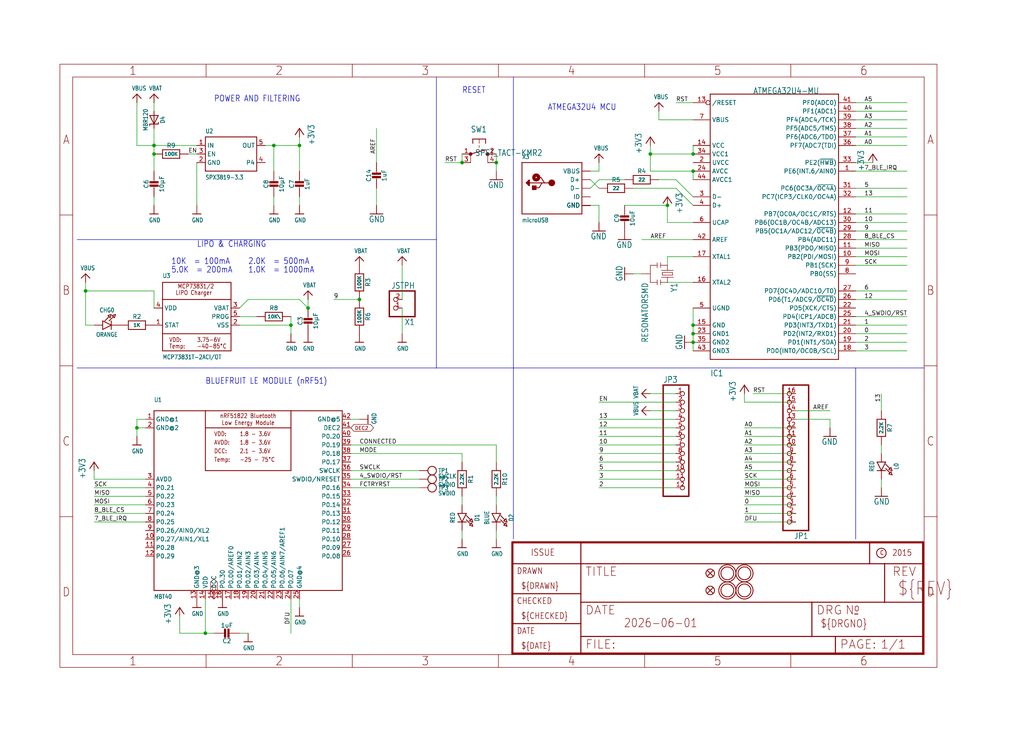
<source format=kicad_sch>
(kicad_sch (version 20230121) (generator eeschema)
  (paper "User" 303.962 217.322)
  (junction (at 88.9 43.18))
  (junction (at 205.74 45.72))
  (junction (at 81.28 43.18))
  (junction (at 91.44 91.44))
  (junction (at 25.4 86.36))
  (junction (at 205.74 96.52))
  (junction (at 205.74 99.06))
  (junction (at 205.74 50.8))
  (junction (at 137.16 48.26))
  (junction (at 205.74 101.6))
  (junction (at 86.36 96.52))
  (junction (at 147.32 48.26))
  (junction (at 60.96 187.96))
  (junction (at 40.64 127))
  (junction (at 198.12 60.96))
  (junction (at 45.72 43.18))
  (junction (at 106.68 88.9))
  (junction (at 193.04 45.72))
  (junction (at 45.72 45.72))
  (polyline (pts (xy 129.54 109.22) (xy 129.54 71.12)) (stroke (width 0.1524) (type solid)))
  (wire (pts (xy 40.64 127) (xy 40.64 129.54)) (stroke (width 0.1524)))
  (wire (pts (xy 254 76.2) (xy 269.24 76.2)) (stroke (width 0.1524)))
  (wire (pts (xy 195.58 35.56) (xy 195.58 33.02)) (stroke (width 0.1524)))
  (wire (pts (xy 220.98 134.62) (xy 236.22 134.62)) (stroke (width 0.1524)))
  (wire (pts (xy 119.38 99.06) (xy 119.38 91.44)) (stroke (width 0.1524)))
  (wire (pts (xy 43.18 127) (xy 40.64 127)) (stroke (width 0.1524)))
  (wire (pts (xy 137.16 134.62) (xy 137.16 137.16)) (stroke (width 0.1524)))
  (wire (pts (xy 177.8 132.08) (xy 200.66 132.08)) (stroke (width 0.1524)))
  (wire (pts (xy 40.64 43.18) (xy 45.72 43.18)) (stroke (width 0.1524)))
  (wire (pts (xy 187.96 81.28) (xy 190.5 81.28)) (stroke (width 0.1524)))
  (wire (pts (xy 193.04 45.72) (xy 205.74 45.72)) (stroke (width 0.1524)))
  (wire (pts (xy 254 88.9) (xy 269.24 88.9)) (stroke (width 0.1524)))
  (wire (pts (xy 254 33.02) (xy 269.24 33.02)) (stroke (width 0.1524)))
  (wire (pts (xy 261.62 121.92) (xy 261.62 116.84)) (stroke (width 0.1524)))
  (wire (pts (xy 137.16 48.26) (xy 137.16 45.72)) (stroke (width 0.1524)))
  (wire (pts (xy 254 55.88) (xy 269.24 55.88)) (stroke (width 0.1524)))
  (wire (pts (xy 175.26 55.88) (xy 177.8 53.34)) (stroke (width 0.1524)))
  (wire (pts (xy 200.66 124.46) (xy 177.8 124.46)) (stroke (width 0.1524)))
  (wire (pts (xy 111.76 48.26) (xy 111.76 38.1)) (stroke (width 0.1524)))
  (wire (pts (xy 43.18 124.46) (xy 40.64 124.46)) (stroke (width 0.1524)))
  (wire (pts (xy 254 78.74) (xy 269.24 78.74)) (stroke (width 0.1524)))
  (wire (pts (xy 43.18 142.24) (xy 27.94 142.24)) (stroke (width 0.1524)))
  (wire (pts (xy 220.98 129.54) (xy 236.22 129.54)) (stroke (width 0.1524)))
  (wire (pts (xy 205.74 101.6) (xy 205.74 104.14)) (stroke (width 0.1524)))
  (wire (pts (xy 198.12 60.96) (xy 185.42 60.96)) (stroke (width 0.1524)))
  (wire (pts (xy 236.22 137.16) (xy 220.98 137.16)) (stroke (width 0.1524)))
  (wire (pts (xy 193.04 50.8) (xy 193.04 45.72)) (stroke (width 0.1524)))
  (wire (pts (xy 193.04 45.72) (xy 193.04 43.18)) (stroke (width 0.1524)))
  (wire (pts (xy 58.42 48.26) (xy 58.42 60.96)) (stroke (width 0.1524)))
  (polyline (pts (xy 129.54 71.12) (xy 129.54 22.86)) (stroke (width 0.1524) (type solid)))
  (wire (pts (xy 137.16 147.32) (xy 137.16 149.86)) (stroke (width 0.1524)))
  (wire (pts (xy 261.62 132.08) (xy 261.62 134.62)) (stroke (width 0.1524)))
  (wire (pts (xy 236.22 121.92) (xy 246.38 121.92)) (stroke (width 0.1524)))
  (wire (pts (xy 88.9 58.42) (xy 88.9 60.96)) (stroke (width 0.1524)))
  (wire (pts (xy 91.44 91.44) (xy 91.44 88.9)) (stroke (width 0.1524)))
  (wire (pts (xy 88.9 88.9) (xy 73.66 88.9)) (stroke (width 0.1524)))
  (wire (pts (xy 236.22 127) (xy 220.98 127)) (stroke (width 0.1524)))
  (wire (pts (xy 205.74 91.44) (xy 205.74 96.52)) (stroke (width 0.1524)))
  (wire (pts (xy 205.74 96.52) (xy 205.74 99.06)) (stroke (width 0.1524)))
  (wire (pts (xy 177.8 137.16) (xy 200.66 137.16)) (stroke (width 0.1524)))
  (wire (pts (xy 254 101.6) (xy 269.24 101.6)) (stroke (width 0.1524)))
  (wire (pts (xy 200.66 121.92) (xy 193.04 121.92)) (stroke (width 0.1524)))
  (wire (pts (xy 119.38 78.74) (xy 119.38 88.9)) (stroke (width 0.1524)))
  (polyline (pts (xy 22.86 109.22) (xy 129.54 109.22)) (stroke (width 0.1524) (type solid)))
  (wire (pts (xy 45.72 86.36) (xy 45.72 91.44)) (stroke (width 0.1524)))
  (wire (pts (xy 254 68.58) (xy 269.24 68.58)) (stroke (width 0.1524)))
  (wire (pts (xy 91.44 91.44) (xy 88.9 88.9)) (stroke (width 0.1524)))
  (wire (pts (xy 205.74 35.56) (xy 195.58 35.56)) (stroke (width 0.1524)))
  (wire (pts (xy 200.66 139.7) (xy 177.8 139.7)) (stroke (width 0.1524)))
  (wire (pts (xy 254 58.42) (xy 269.24 58.42)) (stroke (width 0.1524)))
  (wire (pts (xy 254 50.8) (xy 269.24 50.8)) (stroke (width 0.1524)))
  (wire (pts (xy 254 30.48) (xy 269.24 30.48)) (stroke (width 0.1524)))
  (wire (pts (xy 254 63.5) (xy 269.24 63.5)) (stroke (width 0.1524)))
  (wire (pts (xy 195.58 53.34) (xy 200.66 53.34)) (stroke (width 0.1524)))
  (wire (pts (xy 27.94 154.94) (xy 43.18 154.94)) (stroke (width 0.1524)))
  (wire (pts (xy 86.36 96.52) (xy 86.36 99.06)) (stroke (width 0.1524)))
  (polyline (pts (xy 254 109.22) (xy 152.4 109.22)) (stroke (width 0.1524) (type solid)))
  (wire (pts (xy 198.12 83.82) (xy 205.74 83.82)) (stroke (width 0.1524)))
  (wire (pts (xy 104.14 124.46) (xy 106.68 124.46)) (stroke (width 0.1524)))
  (wire (pts (xy 104.14 139.7) (xy 124.46 139.7)) (stroke (width 0.1524)))
  (wire (pts (xy 236.22 149.86) (xy 220.98 149.86)) (stroke (width 0.1524)))
  (wire (pts (xy 88.9 43.18) (xy 88.9 50.8)) (stroke (width 0.1524)))
  (wire (pts (xy 27.94 144.78) (xy 43.18 144.78)) (stroke (width 0.1524)))
  (polyline (pts (xy 152.4 160.02) (xy 152.4 109.22)) (stroke (width 0.1524) (type solid)))
  (wire (pts (xy 147.32 147.32) (xy 147.32 149.86)) (stroke (width 0.1524)))
  (wire (pts (xy 236.22 132.08) (xy 220.98 132.08)) (stroke (width 0.1524)))
  (wire (pts (xy 73.66 88.9) (xy 71.12 91.44)) (stroke (width 0.1524)))
  (wire (pts (xy 177.8 144.78) (xy 200.66 144.78)) (stroke (width 0.1524)))
  (wire (pts (xy 60.96 187.96) (xy 63.5 187.96)) (stroke (width 0.1524)))
  (wire (pts (xy 60.96 187.96) (xy 53.34 187.96)) (stroke (width 0.1524)))
  (wire (pts (xy 27.94 142.24) (xy 27.94 139.7)) (stroke (width 0.1524)))
  (wire (pts (xy 261.62 142.24) (xy 261.62 144.78)) (stroke (width 0.1524)))
  (wire (pts (xy 205.74 53.34) (xy 205.74 50.8)) (stroke (width 0.1524)))
  (wire (pts (xy 175.26 53.34) (xy 177.8 55.88)) (stroke (width 0.1524)))
  (wire (pts (xy 205.74 99.06) (xy 205.74 101.6)) (stroke (width 0.1524)))
  (wire (pts (xy 177.8 60.96) (xy 177.8 66.04)) (stroke (width 0.1524)))
  (wire (pts (xy 78.74 43.18) (xy 81.28 43.18)) (stroke (width 0.1524)))
  (wire (pts (xy 254 40.64) (xy 269.24 40.64)) (stroke (width 0.1524)))
  (wire (pts (xy 60.96 177.8) (xy 60.96 187.96)) (stroke (width 0.1524)))
  (wire (pts (xy 177.8 119.38) (xy 200.66 119.38)) (stroke (width 0.1524)))
  (wire (pts (xy 104.14 132.08) (xy 147.32 132.08)) (stroke (width 0.1524)))
  (wire (pts (xy 175.26 60.96) (xy 177.8 60.96)) (stroke (width 0.1524)))
  (wire (pts (xy 86.36 93.98) (xy 86.36 96.52)) (stroke (width 0.1524)))
  (polyline (pts (xy 152.4 109.22) (xy 129.54 109.22)) (stroke (width 0.1524) (type solid)))
  (wire (pts (xy 71.12 187.96) (xy 73.66 187.96)) (stroke (width 0.1524)))
  (wire (pts (xy 254 73.66) (xy 269.24 73.66)) (stroke (width 0.1524)))
  (wire (pts (xy 220.98 116.84) (xy 220.98 119.38)) (stroke (width 0.1524)))
  (wire (pts (xy 254 66.04) (xy 269.24 66.04)) (stroke (width 0.1524)))
  (wire (pts (xy 27.94 147.32) (xy 43.18 147.32)) (stroke (width 0.1524)))
  (wire (pts (xy 147.32 45.72) (xy 147.32 48.26)) (stroke (width 0.1524)))
  (wire (pts (xy 220.98 147.32) (xy 236.22 147.32)) (stroke (width 0.1524)))
  (wire (pts (xy 40.64 30.48) (xy 40.64 43.18)) (stroke (width 0.1524)))
  (wire (pts (xy 40.64 124.46) (xy 40.64 127)) (stroke (width 0.1524)))
  (wire (pts (xy 177.8 127) (xy 200.66 127)) (stroke (width 0.1524)))
  (wire (pts (xy 111.76 55.88) (xy 111.76 60.96)) (stroke (width 0.1524)))
  (wire (pts (xy 205.74 30.48) (xy 200.66 30.48)) (stroke (width 0.1524)))
  (wire (pts (xy 27.94 96.52) (xy 25.4 96.52)) (stroke (width 0.1524)))
  (wire (pts (xy 190.5 71.12) (xy 205.74 71.12)) (stroke (width 0.1524)))
  (wire (pts (xy 236.22 124.46) (xy 246.38 124.46)) (stroke (width 0.1524)))
  (wire (pts (xy 45.72 43.18) (xy 45.72 45.72)) (stroke (width 0.1524)))
  (wire (pts (xy 175.26 50.8) (xy 177.8 50.8)) (stroke (width 0.1524)))
  (polyline (pts (xy 274.32 109.22) (xy 254 109.22)) (stroke (width 0.1524) (type solid)))
  (wire (pts (xy 81.28 58.42) (xy 81.28 60.96)) (stroke (width 0.1524)))
  (wire (pts (xy 53.34 187.96) (xy 53.34 182.88)) (stroke (width 0.1524)))
  (wire (pts (xy 106.68 88.9) (xy 99.06 88.9)) (stroke (width 0.1524)))
  (wire (pts (xy 104.14 144.78) (xy 124.46 144.78)) (stroke (width 0.1524)))
  (wire (pts (xy 254 96.52) (xy 269.24 96.52)) (stroke (width 0.1524)))
  (wire (pts (xy 45.72 58.42) (xy 45.72 60.96)) (stroke (width 0.1524)))
  (wire (pts (xy 25.4 86.36) (xy 45.72 86.36)) (stroke (width 0.1524)))
  (wire (pts (xy 86.36 177.8) (xy 86.36 187.96)) (stroke (width 0.1524)))
  (wire (pts (xy 132.08 48.26) (xy 137.16 48.26)) (stroke (width 0.1524)))
  (wire (pts (xy 198.12 66.04) (xy 198.12 60.96)) (stroke (width 0.1524)))
  (wire (pts (xy 236.22 154.94) (xy 220.98 154.94)) (stroke (width 0.1524)))
  (wire (pts (xy 193.04 116.84) (xy 200.66 116.84)) (stroke (width 0.1524)))
  (wire (pts (xy 220.98 139.7) (xy 236.22 139.7)) (stroke (width 0.1524)))
  (wire (pts (xy 177.8 50.8) (xy 177.8 48.26)) (stroke (width 0.1524)))
  (wire (pts (xy 45.72 45.72) (xy 45.72 50.8)) (stroke (width 0.1524)))
  (wire (pts (xy 269.24 99.06) (xy 254 99.06)) (stroke (width 0.1524)))
  (wire (pts (xy 71.12 96.52) (xy 86.36 96.52)) (stroke (width 0.1524)))
  (wire (pts (xy 198.12 76.2) (xy 198.12 78.74)) (stroke (width 0.1524)))
  (polyline (pts (xy 254 160.02) (xy 254 109.22)) (stroke (width 0.1524) (type solid)))
  (wire (pts (xy 254 48.26) (xy 259.08 48.26)) (stroke (width 0.1524)))
  (wire (pts (xy 147.32 132.08) (xy 147.32 137.16)) (stroke (width 0.1524)))
  (wire (pts (xy 27.94 152.4) (xy 43.18 152.4)) (stroke (width 0.1524)))
  (polyline (pts (xy 152.4 109.22) (xy 152.4 22.86)) (stroke (width 0.1524) (type solid)))
  (wire (pts (xy 254 71.12) (xy 269.24 71.12)) (stroke (width 0.1524)))
  (wire (pts (xy 236.22 116.84) (xy 223.52 116.84)) (stroke (width 0.1524)))
  (wire (pts (xy 104.14 142.24) (xy 124.46 142.24)) (stroke (width 0.1524)))
  (wire (pts (xy 254 93.98) (xy 269.24 93.98)) (stroke (width 0.1524)))
  (wire (pts (xy 254 86.36) (xy 269.24 86.36)) (stroke (width 0.1524)))
  (wire (pts (xy 198.12 76.2) (xy 205.74 76.2)) (stroke (width 0.1524)))
  (wire (pts (xy 177.8 53.34) (xy 185.42 53.34)) (stroke (width 0.1524)))
  (wire (pts (xy 200.66 55.88) (xy 205.74 60.96)) (stroke (width 0.1524)))
  (wire (pts (xy 254 104.14) (xy 269.24 104.14)) (stroke (width 0.1524)))
  (wire (pts (xy 88.9 43.18) (xy 88.9 40.64)) (stroke (width 0.1524)))
  (wire (pts (xy 236.22 142.24) (xy 220.98 142.24)) (stroke (width 0.1524)))
  (wire (pts (xy 45.72 30.48) (xy 45.72 33.02)) (stroke (width 0.1524)))
  (wire (pts (xy 220.98 152.4) (xy 236.22 152.4)) (stroke (width 0.1524)))
  (wire (pts (xy 200.66 142.24) (xy 177.8 142.24)) (stroke (width 0.1524)))
  (wire (pts (xy 55.88 45.72) (xy 58.42 45.72)) (stroke (width 0.1524)))
  (wire (pts (xy 200.66 129.54) (xy 177.8 129.54)) (stroke (width 0.1524)))
  (wire (pts (xy 220.98 119.38) (xy 236.22 119.38)) (stroke (width 0.1524)))
  (wire (pts (xy 81.28 43.18) (xy 88.9 43.18)) (stroke (width 0.1524)))
  (wire (pts (xy 104.14 134.62) (xy 137.16 134.62)) (stroke (width 0.1524)))
  (wire (pts (xy 71.12 93.98) (xy 76.2 93.98)) (stroke (width 0.1524)))
  (wire (pts (xy 205.74 66.04) (xy 198.12 66.04)) (stroke (width 0.1524)))
  (wire (pts (xy 200.66 134.62) (xy 177.8 134.62)) (stroke (width 0.1524)))
  (wire (pts (xy 45.72 38.1) (xy 45.72 43.18)) (stroke (width 0.1524)))
  (wire (pts (xy 205.74 50.8) (xy 193.04 50.8)) (stroke (width 0.1524)))
  (wire (pts (xy 200.66 53.34) (xy 205.74 58.42)) (stroke (width 0.1524)))
  (wire (pts (xy 137.16 157.48) (xy 137.16 160.02)) (stroke (width 0.1524)))
  (wire (pts (xy 147.32 157.48) (xy 147.32 160.02)) (stroke (width 0.1524)))
  (wire (pts (xy 27.94 149.86) (xy 43.18 149.86)) (stroke (width 0.1524)))
  (wire (pts (xy 25.4 86.36) (xy 25.4 96.52)) (stroke (width 0.1524)))
  (wire (pts (xy 88.9 177.8) (xy 88.9 180.34)) (stroke (width 0.1524)))
  (wire (pts (xy 254 35.56) (xy 269.24 35.56)) (stroke (width 0.1524)))
  (polyline (pts (xy 22.86 71.12) (xy 129.54 71.12)) (stroke (width 0.1524) (type solid)))
  (wire (pts (xy 205.74 45.72) (xy 205.74 43.18)) (stroke (width 0.1524)))
  (wire (pts (xy 236.22 144.78) (xy 220.98 144.78)) (stroke (width 0.1524)))
  (wire (pts (xy 58.42 43.18) (xy 45.72 43.18)) (stroke (width 0.1524)))
  (wire (pts (xy 81.28 50.8) (xy 81.28 43.18)) (stroke (width 0.1524)))
  (wire (pts (xy 187.96 55.88) (xy 200.66 55.88)) (stroke (width 0.1524)))
  (wire (pts (xy 246.38 124.46) (xy 246.38 127)) (stroke (width 0.1524)))
  (wire (pts (xy 25.4 83.82) (xy 25.4 86.36)) (stroke (width 0.1524)))
  (wire (pts (xy 254 43.18) (xy 269.24 43.18)) (stroke (width 0.1524)))
  (wire (pts (xy 147.32 50.8) (xy 147.32 48.26)) (stroke (width 0.1524)))
  (wire (pts (xy 254 38.1) (xy 269.24 38.1)) (stroke (width 0.1524)))
  (text "1.0K  = 1000mA" (at 73.66 81.28 0) (effects (font (size 1.778 1.5113)) (justify left bottom)))
  (text "POWER AND FILTERING" (at 63.5 30.48 0) (effects (font (size 1.778 1.5113)) (justify left bottom)))
  (text "RESET" (at 137.16 27.94 0) (effects (font (size 1.778 1.5113)) (justify left bottom)))
  (text "5.0K  = 200mA" (at 50.8 81.28 0) (effects (font (size 1.778 1.5113)) (justify left bottom)))
  (text "ATMEGA32U4 MCU" (at 162.56 33.02 0) (effects (font (size 1.778 1.5113)) (justify left bottom)))
  (text "10K  = 100mA" (at 50.8 78.74 0) (effects (font (size 1.778 1.5113)) (justify left bottom)))
  (text "2.0K  = 500mA" (at 73.66 78.74 0) (effects (font (size 1.778 1.5113)) (justify left bottom)))
  (text "LIPO & CHARGING" (at 58.42 73.66 0) (effects (font (size 1.778 1.5113)) (justify left bottom)))
  (text "BLUEFRUIT LE MODULE (nRF51)" (at 60.96 114.3 0) (effects (font (size 1.778 1.5113)) (justify left bottom)))
  (label "2" (at 256.54 101.6 0) (effects (font (size 1.2446 1.2446))))
  (label "MISO" (at 220.98 147.32 0) (effects (font (size 1.2446 1.2446))))
  (label "12" (at 256.54 88.9 0) (effects (font (size 1.2446 1.2446))))
  (label "7_BLE_IRQ" (at 27.94 154.94 0) (effects (font (size 1.2446 1.2446))))
  (label "4_SWDIO/RST" (at 106.68 142.24 0) (effects (font (size 1.2446 1.2446))))
  (label "A2" (at 256.54 38.1 0) (effects (font (size 1.2446 1.2446))))
  (label "FCTRYRST" (at 106.68 144.78 0) (effects (font (size 1.2446 1.2446))))
  (label "A3" (at 256.54 35.56 0) (effects (font (size 1.2446 1.2446))))
  (label "MISO" (at 27.94 147.32 0) (effects (font (size 1.2446 1.2446))))
  (label "A4" (at 256.54 33.02 0) (effects (font (size 1.2446 1.2446))))
  (label "MODE" (at 106.68 134.62 0) (effects (font (size 1.2446 1.2446))))
  (label "A5" (at 220.98 139.7 0) (effects (font (size 1.2446 1.2446))))
  (label "RST" (at 200.66 30.48 0) (effects (font (size 1.2446 1.2446))))
  (label "13" (at 261.62 116.84 270) (effects (font (size 1.2446 1.2446))))
  (label "SCK" (at 256.54 78.74 0) (effects (font (size 1.2446 1.2446))))
  (label "A1" (at 220.98 129.54 0) (effects (font (size 1.2446 1.2446))))
  (label "MOSI" (at 220.98 144.78 0) (effects (font (size 1.2446 1.2446))))
  (label "5" (at 256.54 55.88 0) (effects (font (size 1.2446 1.2446))))
  (label "CONNECTED" (at 106.68 132.08 0) (effects (font (size 1.2446 1.2446))))
  (label "9" (at 177.8 134.62 0) (effects (font (size 1.2446 1.2446))))
  (label "SCK" (at 27.94 144.78 0) (effects (font (size 1.2446 1.2446))))
  (label "AREF" (at 193.04 71.12 0) (effects (font (size 1.2446 1.2446))))
  (label "DFU" (at 86.36 185.42 90) (effects (font (size 1.2446 1.2446))))
  (label "2" (at 177.8 144.78 0) (effects (font (size 1.2446 1.2446))))
  (label "10" (at 256.54 66.04 0) (effects (font (size 1.2446 1.2446))))
  (label "11" (at 256.54 63.5 0) (effects (font (size 1.2446 1.2446))))
  (label "6" (at 177.8 137.16 0) (effects (font (size 1.2446 1.2446))))
  (label "8_BLE_CS" (at 256.54 71.12 0) (effects (font (size 1.2446 1.2446))))
  (label "13" (at 256.54 58.42 0) (effects (font (size 1.2446 1.2446))))
  (label "DFU" (at 220.98 154.94 0) (effects (font (size 1.2446 1.2446))))
  (label "A3" (at 220.98 134.62 0) (effects (font (size 1.2446 1.2446))))
  (label "A1" (at 256.54 40.64 0) (effects (font (size 1.2446 1.2446))))
  (label "13" (at 177.8 124.46 0) (effects (font (size 1.2446 1.2446))))
  (label "5" (at 177.8 139.7 0) (effects (font (size 1.2446 1.2446))))
  (label "A2" (at 220.98 132.08 0) (effects (font (size 1.2446 1.2446))))
  (label "9" (at 256.54 68.58 0) (effects (font (size 1.2446 1.2446))))
  (label "EN" (at 55.88 45.72 0) (effects (font (size 1.2446 1.2446))))
  (label "RST" (at 132.08 48.26 0) (effects (font (size 1.2446 1.2446))))
  (label "A5" (at 256.54 30.48 0) (effects (font (size 1.2446 1.2446))))
  (label "MOSI" (at 27.94 149.86 0) (effects (font (size 1.2446 1.2446))))
  (label "4_SWDIO/RST" (at 256.54 93.98 0) (effects (font (size 1.2446 1.2446))))
  (label "MOSI" (at 256.54 76.2 0) (effects (font (size 1.2446 1.2446))))
  (label "1" (at 220.98 152.4 0) (effects (font (size 1.2446 1.2446))))
  (label "A0" (at 220.98 127 0) (effects (font (size 1.2446 1.2446))))
  (label "10" (at 177.8 132.08 0) (effects (font (size 1.2446 1.2446))))
  (label "11" (at 177.8 129.54 0) (effects (font (size 1.2446 1.2446))))
  (label "3" (at 177.8 142.24 0) (effects (font (size 1.2446 1.2446))))
  (label "RST" (at 223.52 116.84 0) (effects (font (size 1.2446 1.2446))))
  (label "EN" (at 177.8 119.38 0) (effects (font (size 1.2446 1.2446))))
  (label "SWCLK" (at 106.68 139.7 0) (effects (font (size 1.2446 1.2446))))
  (label "AREF" (at 111.76 45.72 90) (effects (font (size 1.2446 1.2446))))
  (label "0" (at 256.54 99.06 0) (effects (font (size 1.2446 1.2446))))
  (label "0" (at 220.98 149.86 0) (effects (font (size 1.2446 1.2446))))
  (label "A0" (at 256.54 43.18 0) (effects (font (size 1.2446 1.2446))))
  (label "MISO" (at 256.54 73.66 0) (effects (font (size 1.2446 1.2446))))
  (label "AREF" (at 241.3 121.92 0) (effects (font (size 1.2446 1.2446))))
  (label "9" (at 99.06 88.9 0) (effects (font (size 1.2446 1.2446))))
  (label "A4" (at 220.98 137.16 0) (effects (font (size 1.2446 1.2446))))
  (label "6" (at 256.54 86.36 0) (effects (font (size 1.2446 1.2446))))
  (label "12" (at 177.8 127 0) (effects (font (size 1.2446 1.2446))))
  (label "7_BLE_IRQ" (at 256.54 50.8 0) (effects (font (size 1.2446 1.2446))))
  (label "1" (at 256.54 96.52 0) (effects (font (size 1.2446 1.2446))))
  (label "SCK" (at 220.98 142.24 0) (effects (font (size 1.2446 1.2446))))
  (label "3" (at 256.54 104.14 0) (effects (font (size 1.2446 1.2446))))
  (label "8_BLE_CS" (at 27.94 152.4 0) (effects (font (size 1.2446 1.2446))))
  (global_label "DEC2" (shape bidirectional) (at 104.14 127 0) (effects (font (size 1.016 1.016))) (property "Intersheetrefs" "${INTERSHEET_REFS}" (effects hide)))
  (global_label "DCC" (shape bidirectional) (at 63.5 177.8 90) (effects (font (size 1.016 1.016))) (property "Intersheetrefs" "${INTERSHEET_REFS}" (effects hide)))
  (symbol (lib_id "working-eagle-import:supply1_GND") (at 203.2 101.6 270) (unit 1)
    (property "Reference" "#GND2" (effects hide))
    (property "Value" "GND" (at 200.66 99.06 0) (effects (font (size 1.778 1.5113)) (justify left bottom)))
  )
  (symbol (lib_id "working-eagle-import:supply1_GND") (at 185.42 81.28 270) (unit 1)
    (property "Reference" "#GND6" (effects hide))
    (property "Value" "GND" (at 182.88 78.74 0) (effects (font (size 1.778 1.5113)) (justify left bottom)))
  )
  (symbol (lib_id "working-eagle-import:GND") (at 109.22 124.46 90) (unit 1)
    (property "Reference" "#U$13" (effects hide))
    (property "Value" "GND" (at 111.76 125.984 0) (effects (font (size 1.27 1.0795)) (justify left bottom)))
  )
  (symbol (lib_id "working-eagle-import:TESTPOINT1.5X2.0MM_NOCREAM") (at 124.46 142.24 270) (unit 1)
    (property "Reference" "TP2" (at 130.048 142.24 90) (effects (font (size 1.27 1.0795)) (justify left)))
    (property "Value" "SWDIO" (at 130.048 143.891 90) (effects (font (size 1.27 1.0795)) (justify left)))
    (property "Footprint" "working:PAD-1.5X2.0" (effects hide))
  )
  (symbol (lib_id "working-eagle-import:LED0805_NOOUTLINE") (at 33.02 96.52 0) (unit 1)
    (property "Reference" "CHG0" (at 31.75 92.075 0) (effects (font (size 1.27 1.0795))))
    (property "Value" "ORANGE" (at 31.75 99.314 0) (effects (font (size 1.27 1.0795))))
    (property "Footprint" "working:CHIPLED_0805_NOOUTLINE" (effects hide))
  )
  (symbol (lib_id "working-eagle-import:RESISTOR_0603_NOOUT") (at 50.8 45.72 0) (unit 1)
    (property "Reference" "R9" (at 50.8 43.18 0))
    (property "Value" "100K" (at 50.8 45.72 0) (effects (font (size 1.016 1.016) bold)))
    (property "Footprint" "working:0603-NO" (effects hide))
  )
  (symbol (lib_id "working-eagle-import:supply1_GND") (at 177.8 68.58 0) (unit 1)
    (property "Reference" "#GND1" (effects hide))
    (property "Value" "GND" (at 175.26 71.12 0) (effects (font (size 1.778 1.5113)) (justify left bottom)))
  )
  (symbol (lib_id "working-eagle-import:GND") (at 119.38 101.6 0) (unit 1)
    (property "Reference" "#U$22" (effects hide))
    (property "Value" "GND" (at 117.856 104.14 0) (effects (font (size 1.27 1.0795)) (justify left bottom)))
  )
  (symbol (lib_id "working-eagle-import:GND") (at 66.04 180.34 0) (unit 1)
    (property "Reference" "#U$17" (effects hide))
    (property "Value" "GND" (at 64.516 182.88 0) (effects (font (size 1.27 1.0795)) (justify left bottom)))
  )
  (symbol (lib_id "working-eagle-import:FIDUCIAL{dblquote}{dblquote}") (at 210.82 175.26 90) (unit 1)
    (property "Reference" "U$35" (effects hide))
    (property "Value" "FIDUCIAL{dblquote}{dblquote}" (effects hide))
    (property "Footprint" "working:FIDUCIAL_1MM" (effects hide))
  )
  (symbol (lib_id "working-eagle-import:+3V3") (at 53.34 180.34 0) (unit 1)
    (property "Reference" "#+3V3" (effects hide))
    (property "Value" "+3V3" (at 50.8 185.42 90) (effects (font (size 1.778 1.5113)) (justify left bottom)))
  )
  (symbol (lib_id "working-eagle-import:CAP_CERAMIC0805-NOOUTLINE") (at 81.28 55.88 0) (unit 1)
    (property "Reference" "C8" (at 78.99 54.63 90))
    (property "Value" "10µF" (at 83.58 54.63 90))
    (property "Footprint" "working:0805-NO" (effects hide))
  )
  (symbol (lib_id "working-eagle-import:VBAT") (at 190.5 116.84 90) (unit 1)
    (property "Reference" "#U$20" (effects hide))
    (property "Value" "VBAT" (at 189.484 118.364 0) (effects (font (size 1.27 1.0795)) (justify left bottom)))
  )
  (symbol (lib_id "working-eagle-import:+3V3") (at 193.04 40.64 0) (unit 1)
    (property "Reference" "#+3V5" (effects hide))
    (property "Value" "+3V3" (at 190.5 45.72 90) (effects (font (size 1.778 1.5113)) (justify left bottom)))
  )
  (symbol (lib_id "working-eagle-import:FIDUCIAL{dblquote}{dblquote}") (at 210.82 170.18 90) (unit 1)
    (property "Reference" "U$34" (effects hide))
    (property "Value" "FIDUCIAL{dblquote}{dblquote}" (effects hide))
    (property "Footprint" "working:FIDUCIAL_1MM" (effects hide))
  )
  (symbol (lib_id "working-eagle-import:VBUS") (at 190.5 121.92 90) (unit 1)
    (property "Reference" "#U$19" (effects hide))
    (property "Value" "VBUS" (at 189.484 123.444 0) (effects (font (size 1.27 1.0795)) (justify left bottom)))
  )
  (symbol (lib_id "working-eagle-import:supply1_GND") (at 147.32 53.34 0) (unit 1)
    (property "Reference" "#GND7" (effects hide))
    (property "Value" "GND" (at 144.78 55.88 0) (effects (font (size 1.778 1.5113)) (justify left bottom)))
  )
  (symbol (lib_id "working-eagle-import:TESTPOINT1.5X2.0MM_NOCREAM") (at 124.46 144.78 270) (unit 1)
    (property "Reference" "TP3" (at 130.048 144.78 90) (effects (font (size 1.27 1.0795)) (justify left)))
    (property "Value" "SWDIO" (at 130.048 146.431 90) (effects (font (size 1.27 1.0795)) (justify left)))
    (property "Footprint" "working:PAD-1.5X2.0" (effects hide))
  )
  (symbol (lib_id "working-eagle-import:MOUNTINGHOLE2.5") (at 215.9 170.18 90) (unit 1)
    (property "Reference" "U$32" (effects hide))
    (property "Value" "MOUNTINGHOLE2.5" (effects hide))
    (property "Footprint" "working:MOUNTINGHOLE_2.5_PLATED" (effects hide))
  )
  (symbol (lib_id "working-eagle-import:GND") (at 88.9 63.5 0) (unit 1)
    (property "Reference" "#U$28" (effects hide))
    (property "Value" "GND" (at 87.376 66.04 0) (effects (font (size 1.27 1.0795)) (justify left bottom)))
  )
  (symbol (lib_id "working-eagle-import:supply1_GND") (at 111.76 63.5 0) (mirror y) (unit 1)
    (property "Reference" "#GND12" (effects hide))
    (property "Value" "GND" (at 114.3 66.04 0) (effects (font (size 1.778 1.5113)) (justify left bottom)))
  )
  (symbol (lib_id "working-eagle-import:SPST_TACT-KMR2") (at 142.24 45.72 270) (unit 1)
    (property "Reference" "SW1" (at 139.7 39.37 90) (effects (font (size 1.778 1.5113)) (justify left bottom)))
    (property "Value" "SPST_TACT-KMR2" (at 140.97 46.355 90) (effects (font (size 1.778 1.5113)) (justify left bottom)))
    (property "Footprint" "working:KMR2" (effects hide))
  )
  (symbol (lib_id "working-eagle-import:RESISTOR_0603_NOOUT") (at 40.64 96.52 0) (unit 1)
    (property "Reference" "R2" (at 40.64 93.98 0))
    (property "Value" "1K" (at 40.64 96.52 0) (effects (font (size 1.016 1.016) bold)))
    (property "Footprint" "working:0603-NO" (effects hide))
  )
  (symbol (lib_id "working-eagle-import:GND") (at 73.66 190.5 0) (unit 1)
    (property "Reference" "#U$18" (effects hide))
    (property "Value" "GND" (at 72.136 193.04 0) (effects (font (size 1.27 1.0795)) (justify left bottom)))
  )
  (symbol (lib_id "working-eagle-import:VBAT") (at 91.44 86.36 0) (unit 1)
    (property "Reference" "#U$39" (effects hide))
    (property "Value" "VBAT" (at 89.916 85.344 0) (effects (font (size 1.27 1.0795)) (justify left bottom)))
  )
  (symbol (lib_id "working-eagle-import:GND") (at 45.72 63.5 0) (unit 1)
    (property "Reference" "#U$27" (effects hide))
    (property "Value" "GND" (at 44.196 66.04 0) (effects (font (size 1.27 1.0795)) (justify left bottom)))
  )
  (symbol (lib_id "working-eagle-import:GND") (at 88.9 182.88 0) (unit 1)
    (property "Reference" "#U$10" (effects hide))
    (property "Value" "GND" (at 87.376 185.42 0) (effects (font (size 1.27 1.0795)) (justify left bottom)))
  )
  (symbol (lib_id "working-eagle-import:VREG_SOT23-5") (at 68.58 45.72 0) (unit 1)
    (property "Reference" "U2" (at 60.96 39.624 0) (effects (font (size 1.27 1.0795)) (justify left bottom)))
    (property "Value" "SPX3819-3.3" (at 60.96 53.34 0) (effects (font (size 1.27 1.0795)) (justify left bottom)))
    (property "Footprint" "working:SOT23-5" (effects hide))
  )
  (symbol (lib_id "working-eagle-import:LED0805_NOOUTLINE") (at 147.32 154.94 270) (unit 1)
    (property "Reference" "D2" (at 151.765 153.67 0) (effects (font (size 1.27 1.0795))))
    (property "Value" "BLUE" (at 144.526 153.67 0) (effects (font (size 1.27 1.0795))))
    (property "Footprint" "working:CHIPLED_0805_NOOUTLINE" (effects hide))
  )
  (symbol (lib_id "working-eagle-import:+3V3") (at 198.12 58.42 0) (mirror y) (unit 1)
    (property "Reference" "#+3V6" (effects hide))
    (property "Value" "+3V3" (at 200.66 63.5 90) (effects (font (size 1.778 1.5113)) (justify left bottom)))
  )
  (symbol (lib_id "working-eagle-import:RESISTOR_0603_NOOUT") (at 81.28 93.98 0) (unit 1)
    (property "Reference" "R8" (at 81.28 91.44 0))
    (property "Value" "10K\\" (at 81.28 93.98 0) (effects (font (size 1.016 1.016) bold)))
    (property "Footprint" "working:0603-NO" (effects hide))
  )
  (symbol (lib_id "working-eagle-import:VBAT") (at 106.68 76.2 0) (unit 1)
    (property "Reference" "#U$14" (effects hide))
    (property "Value" "VBAT" (at 105.156 75.184 0) (effects (font (size 1.27 1.0795)) (justify left bottom)))
  )
  (symbol (lib_id "working-eagle-import:VBUS") (at 177.8 45.72 0) (unit 1)
    (property "Reference" "#U$1" (effects hide))
    (property "Value" "VBUS" (at 176.276 44.704 0) (effects (font (size 1.27 1.0795)) (justify left bottom)))
  )
  (symbol (lib_id "working-eagle-import:MOUNTINGHOLE2.5") (at 220.98 170.18 90) (unit 1)
    (property "Reference" "U$24" (effects hide))
    (property "Value" "MOUNTINGHOLE2.5" (effects hide))
    (property "Footprint" "working:MOUNTINGHOLE_2.5_PLATED" (effects hide))
    (property "BOM" "EXCLUDE" (effects hide))
  )
  (symbol (lib_id "working-eagle-import:FRAME_A4") (at 152.4 195.58 0) (unit 2)
    (property "Reference" "#FRAME1" (effects hide))
    (property "Value" "FRAME_A4" (effects hide))
  )
  (symbol (lib_id "working-eagle-import:supply1_GND") (at 261.62 147.32 0) (mirror y) (unit 1)
    (property "Reference" "#GND10" (effects hide))
    (property "Value" "GND" (at 264.16 149.86 0) (effects (font (size 1.778 1.5113)) (justify left bottom)))
  )
  (symbol (lib_id "working-eagle-import:FRAME_A4") (at 17.78 198.12 0) (unit 1)
    (property "Reference" "#FRAME1" (effects hide))
    (property "Value" "FRAME_A4" (effects hide))
  )
  (symbol (lib_id "working-eagle-import:VBUS") (at 40.64 27.94 0) (unit 1)
    (property "Reference" "#U$3" (effects hide))
    (property "Value" "VBUS" (at 39.116 26.924 0) (effects (font (size 1.27 1.0795)) (justify left bottom)))
  )
  (symbol (lib_id "working-eagle-import:+3V3") (at 27.94 137.16 0) (unit 1)
    (property "Reference" "#+3V2" (effects hide))
    (property "Value" "+3V3" (at 25.4 142.24 90) (effects (font (size 1.778 1.5113)) (justify left bottom)))
  )
  (symbol (lib_id "working-eagle-import:GND") (at 58.42 180.34 0) (unit 1)
    (property "Reference" "#U$5" (effects hide))
    (property "Value" "GND" (at 56.896 182.88 0) (effects (font (size 1.27 1.0795)) (justify left bottom)))
  )
  (symbol (lib_id "working-eagle-import:ATMEGA32U4-MU") (at 228.6 73.66 0) (unit 1)
    (property "Reference" "IC1" (at 210.82 111.76 0) (effects (font (size 1.778 1.5113)) (justify left bottom)))
    (property "Value" "ATMEGA32U4-MU" (at 223.52 27.94 0) (effects (font (size 1.778 1.5113)) (justify left bottom)))
    (property "Footprint" "working:TQFN44_7MM" (effects hide))
  )
  (symbol (lib_id "working-eagle-import:VBAT") (at 119.38 76.2 0) (unit 1)
    (property "Reference" "#U$16" (effects hide))
    (property "Value" "VBAT" (at 117.856 75.184 0) (effects (font (size 1.27 1.0795)) (justify left bottom)))
  )
  (symbol (lib_id "working-eagle-import:MCP73831/2") (at 58.42 93.98 0) (unit 1)
    (property "Reference" "U3" (at 48.26 82.55 0) (effects (font (size 1.27 1.0795)) (justify left bottom)))
    (property "Value" "MCP73831T-2ACI/OT" (at 48.26 106.68 0) (effects (font (size 1.27 1.0795)) (justify left bottom)))
    (property "Footprint" "working:SOT23-5" (effects hide))
  )
  (symbol (lib_id "working-eagle-import:RESONATORSMD") (at 198.12 81.28 270) (unit 1)
    (property "Reference" "Y1" (at 199.136 83.82 0) (effects (font (size 1.778 1.5113)) (justify left bottom)))
    (property "Value" "RESONATORSMD" (at 190.5 83.82 0) (effects (font (size 1.778 1.5113)) (justify left bottom)))
    (property "Footprint" "working:RESONATOR-SMD" (effects hide))
  )
  (symbol (lib_id "working-eagle-import:CAP_CERAMIC0603_NO") (at 111.76 53.34 0) (unit 1)
    (property "Reference" "C14" (at 109.47 52.09 90))
    (property "Value" "1uF" (at 114.06 52.09 90))
    (property "Footprint" "working:0603-NO" (effects hide))
  )
  (symbol (lib_id "working-eagle-import:RESISTOR_0603_NOOUT") (at 261.62 127 270) (unit 1)
    (property "Reference" "R7" (at 264.16 127 0))
    (property "Value" "2.2K" (at 261.62 127 0) (effects (font (size 1.016 1.016) bold)))
    (property "Footprint" "working:0603-NO" (effects hide))
  )
  (symbol (lib_id "working-eagle-import:RESISTOR_0603_NOOUT") (at 190.5 53.34 0) (unit 1)
    (property "Reference" "R4" (at 190.5 50.8 0))
    (property "Value" "22" (at 190.5 53.34 0) (effects (font (size 1.016 1.016) bold)))
    (property "Footprint" "working:0603-NO" (effects hide))
  )
  (symbol (lib_id "working-eagle-import:CON_JST_PH_2PIN") (at 116.84 88.9 180) (unit 1)
    (property "Reference" "X1" (at 123.19 94.615 0) (effects (font (size 1.778 1.5113)) (justify left bottom)))
    (property "Value" "JSTPH" (at 123.19 83.82 0) (effects (font (size 1.778 1.5113)) (justify left bottom)))
    (property "Footprint" "working:JSTPH2" (effects hide))
  )
  (symbol (lib_id "working-eagle-import:+3V3") (at 88.9 38.1 0) (mirror y) (unit 1)
    (property "Reference" "#+3V4" (effects hide))
    (property "Value" "+3V3" (at 91.44 43.18 90) (effects (font (size 1.778 1.5113)) (justify left bottom)))
  )
  (symbol (lib_id "working-eagle-import:RESISTOR_0603_NOOUT") (at 182.88 55.88 0) (unit 1)
    (property "Reference" "R5" (at 182.88 53.34 0))
    (property "Value" "22" (at 182.88 55.88 0) (effects (font (size 1.016 1.016) bold)))
    (property "Footprint" "working:0603-NO" (effects hide))
  )
  (symbol (lib_id "working-eagle-import:RESISTOR_0603_NOOUT") (at 106.68 93.98 270) (unit 1)
    (property "Reference" "R6" (at 109.22 93.98 0))
    (property "Value" "100K" (at 106.68 93.98 0) (effects (font (size 1.016 1.016) bold)))
    (property "Footprint" "working:0603-NO" (effects hide))
  )
  (symbol (lib_id "working-eagle-import:GND") (at 81.28 63.5 0) (unit 1)
    (property "Reference" "#U$29" (effects hide))
    (property "Value" "GND" (at 79.756 66.04 0) (effects (font (size 1.27 1.0795)) (justify left bottom)))
  )
  (symbol (lib_id "working-eagle-import:CAP_CERAMIC0805-NOOUTLINE") (at 45.72 55.88 0) (unit 1)
    (property "Reference" "C6" (at 43.43 54.63 90))
    (property "Value" "10µF" (at 48.02 54.63 90))
    (property "Footprint" "working:0805-NO" (effects hide))
  )
  (symbol (lib_id "working-eagle-import:LED0805_NOOUTLINE") (at 137.16 154.94 270) (unit 1)
    (property "Reference" "D1" (at 141.605 153.67 0) (effects (font (size 1.27 1.0795))))
    (property "Value" "RED" (at 134.366 153.67 0) (effects (font (size 1.27 1.0795))))
    (property "Footprint" "working:CHIPLED_0805_NOOUTLINE" (effects hide))
  )
  (symbol (lib_id "working-eagle-import:GND") (at 58.42 63.5 0) (unit 1)
    (property "Reference" "#U$30" (effects hide))
    (property "Value" "GND" (at 56.896 66.04 0) (effects (font (size 1.27 1.0795)) (justify left bottom)))
  )
  (symbol (lib_id "working-eagle-import:GND") (at 91.44 101.6 0) (unit 1)
    (property "Reference" "#U$33" (effects hide))
    (property "Value" "GND" (at 89.916 104.14 0) (effects (font (size 1.27 1.0795)) (justify left bottom)))
  )
  (symbol (lib_id "working-eagle-import:USB_MICRO_20329_V2") (at 165.1 55.88 0) (unit 1)
    (property "Reference" "X3" (at 154.94 47.244 0) (effects (font (size 1.27 1.0795)) (justify left bottom)))
    (property "Value" "microUSB" (at 154.94 66.04 0) (effects (font (size 1.27 1.0795)) (justify left bottom)))
    (property "Footprint" "working:4UCONN_20329_V2" (effects hide))
  )
  (symbol (lib_id "working-eagle-import:VBUS") (at 195.58 30.48 0) (unit 1)
    (property "Reference" "#U$8" (effects hide))
    (property "Value" "VBUS" (at 194.056 29.464 0) (effects (font (size 1.27 1.0795)) (justify left bottom)))
  )
  (symbol (lib_id "working-eagle-import:supply1_GND") (at 185.42 71.12 0) (unit 1)
    (property "Reference" "#GND3" (effects hide))
    (property "Value" "GND" (at 182.88 73.66 0) (effects (font (size 1.778 1.5113)) (justify left bottom)))
  )
  (symbol (lib_id "working-eagle-import:VBAT") (at 45.72 27.94 0) (unit 1)
    (property "Reference" "#U$21" (effects hide))
    (property "Value" "VBAT" (at 44.196 26.924 0) (effects (font (size 1.27 1.0795)) (justify left bottom)))
  )
  (symbol (lib_id "working-eagle-import:RESISTOR_0603_NOOUT") (at 106.68 83.82 270) (unit 1)
    (property "Reference" "R3" (at 109.22 83.82 0))
    (property "Value" "100K" (at 106.68 83.82 0) (effects (font (size 1.016 1.016) bold)))
    (property "Footprint" "working:0603-NO" (effects hide))
  )
  (symbol (lib_id "working-eagle-import:LED0805_NOOUTLINE") (at 261.62 139.7 270) (unit 1)
    (property "Reference" "L0" (at 266.065 138.43 0) (effects (font (size 1.27 1.0795))))
    (property "Value" "RED" (at 258.826 138.43 0) (effects (font (size 1.27 1.0795))))
    (property "Footprint" "working:CHIPLED_0805_NOOUTLINE" (effects hide))
  )
  (symbol (lib_id "working-eagle-import:GND") (at 86.36 101.6 0) (unit 1)
    (property "Reference" "#U$36" (effects hide))
    (property "Value" "GND" (at 84.836 104.14 0) (effects (font (size 1.27 1.0795)) (justify left bottom)))
  )
  (symbol (lib_id "working-eagle-import:TESTPOINT1.5X2.0MM_NOCREAM") (at 124.46 139.7 270) (unit 1)
    (property "Reference" "TP1" (at 130.048 139.7 90) (effects (font (size 1.27 1.0795)) (justify left)))
    (property "Value" "SWCLK" (at 130.048 141.351 90) (effects (font (size 1.27 1.0795)) (justify left)))
    (property "Footprint" "working:PAD-1.5X2.0" (effects hide))
  )
  (symbol (lib_id "working-eagle-import:CAP_CERAMIC0603_NO") (at 88.9 55.88 0) (unit 1)
    (property "Reference" "C7" (at 86.61 54.63 90))
    (property "Value" "1uF" (at 91.2 54.63 90))
    (property "Footprint" "working:0603-NO" (effects hide))
  )
  (symbol (lib_id "working-eagle-import:VBUS") (at 25.4 81.28 0) (unit 1)
    (property "Reference" "#U$38" (effects hide))
    (property "Value" "VBUS" (at 23.876 80.264 0) (effects (font (size 1.27 1.0795)) (justify left bottom)))
  )
  (symbol (lib_id "working-eagle-import:supply1_GND") (at 246.38 129.54 0) (unit 1)
    (property "Reference" "#GND4" (effects hide))
    (property "Value" "GND" (at 243.84 132.08 0) (effects (font (size 1.778 1.5113)) (justify left bottom)))
  )
  (symbol (lib_id "working-eagle-import:MOUNTINGHOLE2.5") (at 215.9 175.26 90) (unit 1)
    (property "Reference" "U$31" (effects hide))
    (property "Value" "MOUNTINGHOLE2.5" (effects hide))
    (property "Footprint" "working:MOUNTINGHOLE_2.5_PLATED" (effects hide))
  )
  (symbol (lib_id "working-eagle-import:HEADER-1X12") (at 203.2 132.08 0) (unit 1)
    (property "Reference" "JP3" (at 196.85 113.665 0) (effects (font (size 1.778 1.5113)) (justify left bottom)))
    (property "Value" "HEADER-1X12" (effects hide))
    (property "Footprint" "working:1X12_ROUND" (effects hide))
  )
  (symbol (lib_id "working-eagle-import:DIODE-SCHOTTKYSOD-123") (at 45.72 35.56 270) (unit 1)
    (property "Reference" "D4" (at 48.26 35.56 0) (effects (font (size 1.27 1.0795))))
    (property "Value" "MBR120" (at 43.22 35.56 0) (effects (font (size 1.27 1.0795))))
    (property "Footprint" "working:SOD-123" (effects hide))
  )
  (symbol (lib_id "working-eagle-import:NRF51822_MODULE_MDBT40") (at 73.66 147.32 0) (unit 1)
    (property "Reference" "U1" (at 45.72 119.38 0) (effects (font (size 1.27 1.0795)) (justify left bottom)))
    (property "Value" "MBT40" (at 45.72 177.8 0) (effects (font (size 1.27 1.0795)) (justify left bottom)))
    (property "Footprint" "working:BLE_MODULE_RAYTAC_MDBT40" (effects hide))
  )
  (symbol (lib_id "working-eagle-import:GND") (at 40.64 132.08 0) (unit 1)
    (property "Reference" "#U$12" (effects hide))
    (property "Value" "GND" (at 39.116 134.62 0) (effects (font (size 1.27 1.0795)) (justify left bottom)))
  )
  (symbol (lib_id "working-eagle-import:CAP_CERAMIC0805-NOOUTLINE") (at 91.44 96.52 0) (unit 1)
    (property "Reference" "C3" (at 89.15 95.27 90))
    (property "Value" "10µF" (at 93.74 95.27 90))
    (property "Footprint" "working:0805-NO" (effects hide))
  )
  (symbol (lib_id "working-eagle-import:MOUNTINGHOLE2.5") (at 220.98 175.26 90) (unit 1)
    (property "Reference" "U$6" (effects hide))
    (property "Value" "MOUNTINGHOLE2.5" (effects hide))
    (property "Footprint" "working:MOUNTINGHOLE_2.5_PLATED" (effects hide))
  )
  (symbol (lib_id "working-eagle-import:RESISTOR_0603_NOOUT") (at 137.16 142.24 270) (unit 1)
    (property "Reference" "R1" (at 139.7 142.24 0))
    (property "Value" "2.2K" (at 137.16 142.24 0) (effects (font (size 1.016 1.016) bold)))
    (property "Footprint" "working:0603-NO" (effects hide))
  )
  (symbol (lib_id "working-eagle-import:+3V3") (at 259.08 45.72 0) (unit 1)
    (property "Reference" "#+3V7" (effects hide))
    (property "Value" "+3V3" (at 256.54 50.8 90) (effects (font (size 1.778 1.5113)) (justify left bottom)))
  )
  (symbol (lib_id "working-eagle-import:CAP_CERAMIC0603_NO") (at 68.58 187.96 90) (unit 1)
    (property "Reference" "C2" (at 67.33 190.25 90))
    (property "Value" "1uF" (at 67.33 185.66 90))
    (property "Footprint" "working:0603-NO" (effects hide))
  )
  (symbol (lib_id "working-eagle-import:GND") (at 106.68 101.6 0) (unit 1)
    (property "Reference" "#U$25" (effects hide))
    (property "Value" "GND" (at 105.156 104.14 0) (effects (font (size 1.27 1.0795)) (justify left bottom)))
  )
  (symbol (lib_id "working-eagle-import:CAP_CERAMIC_0805MP") (at 185.42 66.04 0) (unit 1)
    (property "Reference" "C9" (at 183.13 64.79 90))
    (property "Value" "10uF" (at 187.72 64.79 90))
    (property "Footprint" "working:_0805MP" (effects hide))
  )
  (symbol (lib_id "working-eagle-import:+3V3") (at 220.98 114.3 0) (unit 1)
    (property "Reference" "#+3V1" (effects hide))
    (property "Value" "+3V3" (at 218.44 119.38 90) (effects (font (size 1.778 1.5113)) (justify left bottom)))
  )
  (symbol (lib_id "working-eagle-import:RESISTOR_0603_NOOUT") (at 147.32 142.24 270) (unit 1)
    (property "Reference" "R10" (at 149.86 142.24 0))
    (property "Value" "2.2K" (at 147.32 142.24 0) (effects (font (size 1.016 1.016) bold)))
    (property "Footprint" "working:0603-NO" (effects hide))
  )
  (symbol (lib_id "working-eagle-import:GND") (at 137.16 162.56 0) (unit 1)
    (property "Reference" "#U$2" (effects hide))
    (property "Value" "GND" (at 135.636 165.1 0) (effects (font (size 1.27 1.0795)) (justify left bottom)))
  )
  (symbol (lib_id "working-eagle-import:GND") (at 147.32 162.56 0) (unit 1)
    (property "Reference" "#U$4" (effects hide))
    (property "Value" "GND" (at 145.796 165.1 0) (effects (font (size 1.27 1.0795)) (justify left bottom)))
  )
  (symbol (lib_id "working-eagle-import:HEADER-1X16ROUND") (at 233.68 137.16 180) (unit 1)
    (property "Reference" "JP1" (at 240.03 158.115 0) (effects (font (size 1.778 1.5113)) (justify left bottom)))
    (property "Value" "HEADER-1X16ROUND" (effects hide))
    (property "Footprint" "working:1X16_ROUND" (effects hide))
  )
)
</source>
